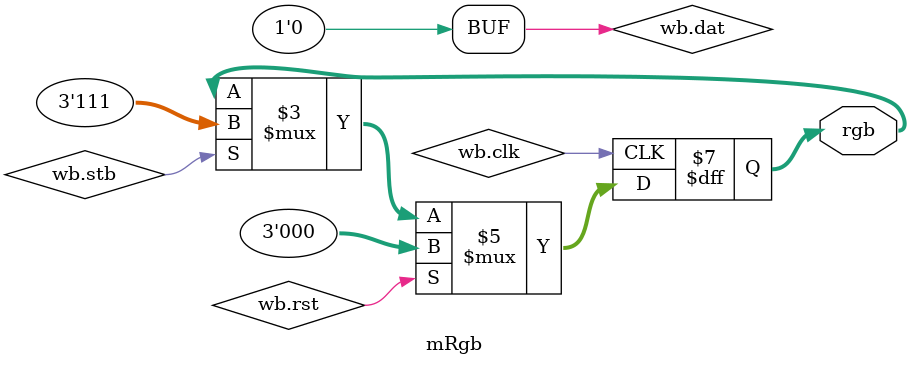
<source format=sv>

module mRgb (
	iWishbone.peripheral wb,
	output logic[2:0] rgb
);
	logic[2:0] enabled;

	assign wb.dat = 0;

	always_ff @(posedge wb.clk) begin
		wb.ack <= wb.stb;

		if (wb.stb) begin
			rgb <= 3'b111;
		end

		if (wb.rst) begin
			rgb <= 0;
		end
	end

endmodule

</source>
